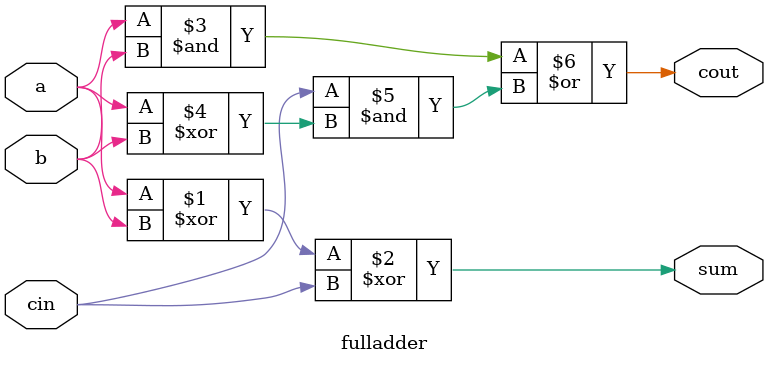
<source format=v>
module fulladder
(
input a,
input b,
input cin,
output sum,
output cout
);
assign sum=a^b^cin;
assign cout=a&b|cin&(a^b);
endmodule

</source>
